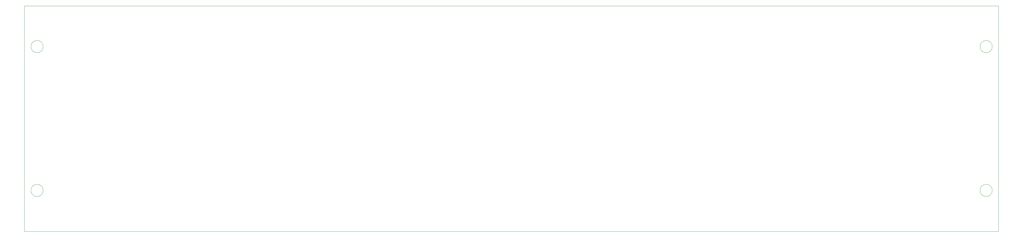
<source format=gbr>
%TF.GenerationSoftware,KiCad,Pcbnew,9.0.2*%
%TF.CreationDate,2025-07-16T22:13:36+02:00*%
%TF.ProjectId,fire,66697265-2e6b-4696-9361-645f70636258,rev?*%
%TF.SameCoordinates,Original*%
%TF.FileFunction,Profile,NP*%
%FSLAX46Y46*%
G04 Gerber Fmt 4.6, Leading zero omitted, Abs format (unit mm)*
G04 Created by KiCad (PCBNEW 9.0.2) date 2025-07-16 22:13:36*
%MOMM*%
%LPD*%
G01*
G04 APERTURE LIST*
%TA.AperFunction,Profile*%
%ADD10C,0.050000*%
%TD*%
G04 APERTURE END LIST*
D10*
X57599846Y-168774846D02*
G75*
G02*
X53550154Y-168774846I-2024846J0D01*
G01*
X53550154Y-168774846D02*
G75*
G02*
X57599846Y-168774846I2024846J0D01*
G01*
X57599846Y-121124846D02*
G75*
G02*
X53550154Y-121124846I-2024846J0D01*
G01*
X53550154Y-121124846D02*
G75*
G02*
X57599846Y-121124846I2024846J0D01*
G01*
X51400000Y-107625000D02*
X373725000Y-107625000D01*
X373725000Y-182300000D01*
X51400000Y-182300000D01*
X51400000Y-107625000D01*
X371649846Y-121149846D02*
G75*
G02*
X367600154Y-121149846I-2024846J0D01*
G01*
X367600154Y-121149846D02*
G75*
G02*
X371649846Y-121149846I2024846J0D01*
G01*
X371649846Y-168749846D02*
G75*
G02*
X367600154Y-168749846I-2024846J0D01*
G01*
X367600154Y-168749846D02*
G75*
G02*
X371649846Y-168749846I2024846J0D01*
G01*
M02*

</source>
